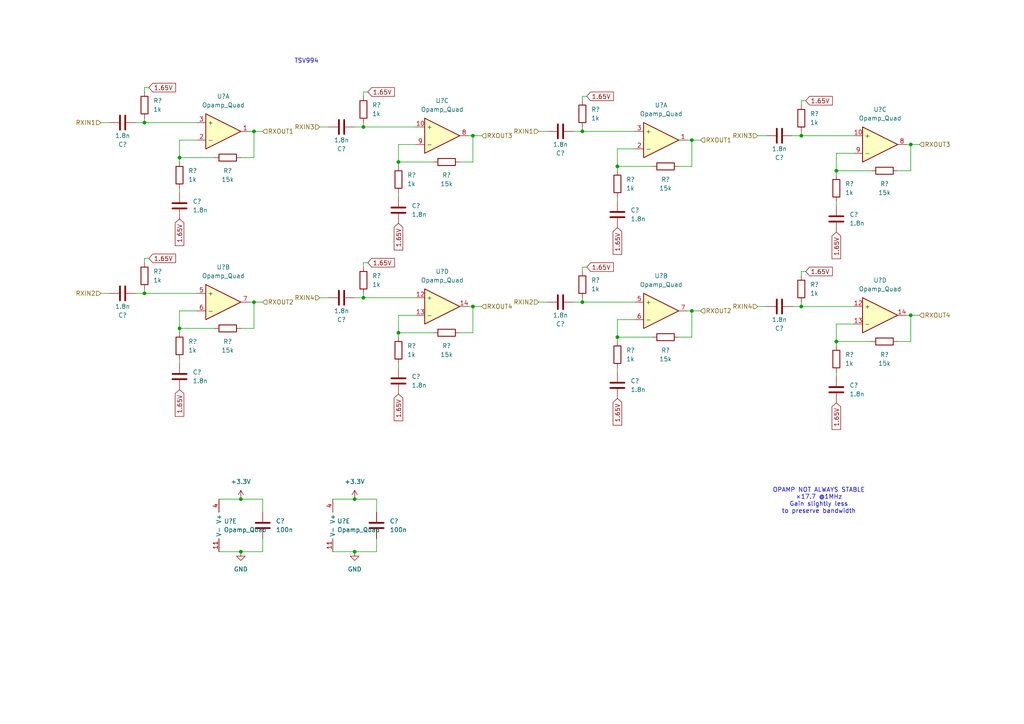
<source format=kicad_sch>
(kicad_sch (version 20250114) (generator "eeschema") (generator_version "9.0")
  (paper "A4")
  (lib_symbols
    (symbol "Device:C" (pin_numbers (hide yes)) (pin_names (offset 0.254))
      (property "Reference" "C" (at 0.635 2.54 0))
      (property "Value" "C" (at 0.635 -2.54 0))
      (symbol "C_0_1"
        (polyline (pts (xy -2.032 0.762) (xy 2.032 0.762)) (stroke (width 0.508)))
        (polyline (pts (xy -2.032 -0.762) (xy 2.032 -0.762)) (stroke (width 0.508)))
      )
      (symbol "C_1_1"
        (pin passive line (at 0 3.81 270) (length 2.794) (name "~") (number "1"))
        (pin passive line (at 0 -3.81 90) (length 2.794) (name "~") (number "2"))
      )
    )
    (symbol "Device:Opamp_Quad"
      (property "Reference" "U" (at 0 5.08 0))
      (property "Value" "Opamp_Quad" (at 0 -5.08 0))
      (symbol "Opamp_Quad_1_1"
        (polyline (pts (xy -5.08 5.08) (xy 5.08 0) (xy -5.08 -5.08) (xy -5.08 5.08)) (stroke (width 0.254)) (fill (type background)))
        (pin input line (at -7.62 2.54 0) (length 2.54) (name "+") (number "3"))
        (pin input line (at -7.62 -2.54 0) (length 2.54) (name "-") (number "2"))
        (pin output line (at 7.62 0 180) (length 2.54) (name "~") (number "1"))
      )
      (symbol "Opamp_Quad_2_1"
        (polyline (pts (xy -5.08 5.08) (xy 5.08 0) (xy -5.08 -5.08) (xy -5.08 5.08)) (stroke (width 0.254)) (fill (type background)))
        (pin input line (at -7.62 2.54 0) (length 2.54) (name "+") (number "5"))
        (pin input line (at -7.62 -2.54 0) (length 2.54) (name "-") (number "6"))
        (pin output line (at 7.62 0 180) (length 2.54) (name "~") (number "7"))
      )
      (symbol "Opamp_Quad_3_1"
        (polyline (pts (xy -5.08 5.08) (xy 5.08 0) (xy -5.08 -5.08) (xy -5.08 5.08)) (stroke (width 0.254)) (fill (type background)))
        (pin input line (at -7.62 2.54 0) (length 2.54) (name "+") (number "10"))
        (pin input line (at -7.62 -2.54 0) (length 2.54) (name "-") (number "9"))
        (pin output line (at 7.62 0 180) (length 2.54) (name "~") (number "8"))
      )
      (symbol "Opamp_Quad_4_1"
        (polyline (pts (xy -5.08 5.08) (xy 5.08 0) (xy -5.08 -5.08) (xy -5.08 5.08)) (stroke (width 0.254)) (fill (type background)))
        (pin input line (at -7.62 2.54 0) (length 2.54) (name "+") (number "12"))
        (pin input line (at -7.62 -2.54 0) (length 2.54) (name "-") (number "13"))
        (pin output line (at 7.62 0 180) (length 2.54) (name "~") (number "14"))
      )
      (symbol "Opamp_Quad_5_1"
        (pin power_in line (at -2.54 7.62 270) (length 3.81) (name "V+") (number "4"))
        (pin power_in line (at -2.54 -7.62 90) (length 3.81) (name "V-") (number "11"))
      )
    )
    (symbol "Device:R" (pin_numbers (hide yes)) (pin_names (offset 0))
      (property "Reference" "R" (at 2.032 0 90))
      (property "Value" "R" (at 0 0 90))
      (symbol "R_0_1"
        (rectangle (start -1.016 -2.54) (end 1.016 2.54) (stroke (width 0.254)))
      )
      (symbol "R_1_1"
        (pin passive line (at 0 3.81 270) (length 1.27) (name "~") (number "1"))
        (pin passive line (at 0 -3.81 90) (length 1.27) (name "~") (number "2"))
      )
    )
    (symbol "power:+3.3V" (power) (pin_numbers (hide yes)) (pin_names (offset 0) (hide yes))
      (property "Value" "+3.3V" (at 0 3.556 0))
      (symbol "+3.3V_0_1"
        (polyline (pts (xy -0.762 1.27) (xy 0 2.54)))
        (polyline (pts (xy 0 2.54) (xy 0.762 1.27)))
        (polyline (pts (xy 0 0) (xy 0 2.54)))
      )
      (symbol "+3.3V_1_1"
        (pin power_in line (at 0 0 90) (length 0) (name "~") (number "1"))
      )
    )
    (symbol "power:GND" (power) (pin_numbers (hide yes)) (pin_names (offset 0) (hide yes))
      (property "Value" "GND" (at 0 -3.81 0))
      (symbol "GND_0_1"
        (polyline (pts (xy 0 0) (xy 0 -1.27) (xy 1.27 -1.27) (xy 0 -2.54) (xy -1.27 -1.27) (xy 0 -1.27)))
      )
      (symbol "GND_1_1"
        (pin power_in line (at 0 0 270) (length 0) (name "~") (number "1"))
      )
    )
  )
  (text "OPAMP NOT ALWAYS STABLE\n" (at 237.49 142.24 0) (effects (font (size 1.27 1.27))))
  (text "TSV994" (at 88.9 17.78 0) (effects (font (size 1.27 1.27))))
  (text "×17.7 @1MHz\nGain slightly less\nto preserve bandwidth\n\n" (at 237.49 147.32 0) (effects (font (size 1.27 1.27))))
  (junction (at 41.91 85.09))
  (junction (at 102.87 144.78))
  (junction (at 41.91 35.56))
  (junction (at 179.07 48.26))
  (junction (at 200.66 40.64))
  (junction (at 232.41 39.37))
  (junction (at 232.41 88.9))
  (junction (at 137.16 88.9))
  (junction (at 105.41 36.83))
  (junction (at 102.87 160.02))
  (junction (at 52.07 45.72))
  (junction (at 115.57 96.52))
  (junction (at 69.85 144.78))
  (junction (at 137.16 39.37))
  (junction (at 73.66 87.63))
  (junction (at 264.16 41.91))
  (junction (at 52.07 95.25))
  (junction (at 200.66 90.17))
  (junction (at 168.91 87.63))
  (junction (at 73.66 38.1))
  (junction (at 69.85 160.02))
  (junction (at 168.91 38.1))
  (junction (at 179.07 97.79))
  (junction (at 242.57 99.06))
  (junction (at 115.57 46.99))
  (junction (at 105.41 86.36))
  (junction (at 264.16 91.44))
  (junction (at 242.57 49.53))
  (wire (pts (xy 242.57 99.06) (xy 252.73 99.06)))
  (wire (pts (xy 39.37 35.56) (xy 41.91 35.56)))
  (wire (pts (xy 247.65 93.98) (xy 242.57 93.98)))
  (wire (pts (xy 168.91 36.83) (xy 168.91 38.1)))
  (wire (pts (xy 41.91 85.09) (xy 57.15 85.09)))
  (wire (pts (xy 73.66 87.63) (xy 73.66 95.25)))
  (wire (pts (xy 184.15 43.18) (xy 179.07 43.18)))
  (wire (pts (xy 179.07 92.71) (xy 179.07 97.79)))
  (wire (pts (xy 168.91 38.1) (xy 184.15 38.1)))
  (wire (pts (xy 233.68 29.21) (xy 232.41 29.21)))
  (wire (pts (xy 179.07 43.18) (xy 179.07 48.26)))
  (wire (pts (xy 109.22 144.78) (xy 109.22 148.59)))
  (wire (pts (xy 200.66 40.64) (xy 203.2 40.64)))
  (wire (pts (xy 242.57 109.22) (xy 242.57 107.95)))
  (wire (pts (xy 115.57 57.15) (xy 115.57 55.88)))
  (wire (pts (xy 39.37 85.09) (xy 41.91 85.09)))
  (wire (pts (xy 196.85 48.26) (xy 200.66 48.26)))
  (wire (pts (xy 179.07 48.26) (xy 179.07 49.53)))
  (wire (pts (xy 96.52 144.78) (xy 102.87 144.78)))
  (wire (pts (xy 242.57 99.06) (xy 242.57 100.33)))
  (wire (pts (xy 43.18 74.93) (xy 41.91 74.93)))
  (wire (pts (xy 179.07 97.79) (xy 179.07 99.06)))
  (wire (pts (xy 52.07 40.64) (xy 52.07 45.72)))
  (wire (pts (xy 96.52 160.02) (xy 102.87 160.02)))
  (wire (pts (xy 69.85 160.02) (xy 76.2 160.02)))
  (wire (pts (xy 105.41 85.09) (xy 105.41 86.36)))
  (wire (pts (xy 242.57 44.45) (xy 242.57 49.53)))
  (wire (pts (xy 168.91 86.36) (xy 168.91 87.63)))
  (wire (pts (xy 260.35 99.06) (xy 264.16 99.06)))
  (wire (pts (xy 115.57 46.99) (xy 115.57 48.26)))
  (wire (pts (xy 41.91 83.82) (xy 41.91 85.09)))
  (wire (pts (xy 52.07 95.25) (xy 52.07 96.52)))
  (wire (pts (xy 69.85 95.25) (xy 73.66 95.25)))
  (wire (pts (xy 109.22 160.02) (xy 109.22 156.21)))
  (wire (pts (xy 156.21 38.1) (xy 158.75 38.1)))
  (wire (pts (xy 264.16 41.91) (xy 266.7 41.91)))
  (wire (pts (xy 179.07 107.95) (xy 179.07 106.68)))
  (wire (pts (xy 69.85 144.78) (xy 76.2 144.78)))
  (wire (pts (xy 133.35 46.99) (xy 137.16 46.99)))
  (wire (pts (xy 120.65 41.91) (xy 115.57 41.91)))
  (wire (pts (xy 43.18 25.4) (xy 41.91 25.4)))
  (wire (pts (xy 137.16 88.9) (xy 139.7 88.9)))
  (wire (pts (xy 73.66 38.1) (xy 73.66 45.72)))
  (wire (pts (xy 200.66 90.17) (xy 199.39 90.17)))
  (wire (pts (xy 242.57 49.53) (xy 242.57 50.8)))
  (wire (pts (xy 115.57 96.52) (xy 125.73 96.52)))
  (wire (pts (xy 156.21 87.63) (xy 158.75 87.63)))
  (wire (pts (xy 264.16 41.91) (xy 262.89 41.91)))
  (wire (pts (xy 166.37 38.1) (xy 168.91 38.1)))
  (wire (pts (xy 232.41 78.74) (xy 232.41 80.01)))
  (wire (pts (xy 102.87 36.83) (xy 105.41 36.83)))
  (wire (pts (xy 41.91 74.93) (xy 41.91 76.2)))
  (wire (pts (xy 247.65 44.45) (xy 242.57 44.45)))
  (wire (pts (xy 73.66 87.63) (xy 76.2 87.63)))
  (wire (pts (xy 105.41 76.2) (xy 105.41 77.47)))
  (wire (pts (xy 115.57 106.68) (xy 115.57 105.41)))
  (wire (pts (xy 105.41 35.56) (xy 105.41 36.83)))
  (wire (pts (xy 133.35 96.52) (xy 137.16 96.52)))
  (wire (pts (xy 63.5 144.78) (xy 69.85 144.78)))
  (wire (pts (xy 170.18 77.47) (xy 168.91 77.47)))
  (wire (pts (xy 166.37 87.63) (xy 168.91 87.63)))
  (wire (pts (xy 200.66 40.64) (xy 200.66 48.26)))
  (wire (pts (xy 52.07 90.17) (xy 52.07 95.25)))
  (wire (pts (xy 41.91 34.29) (xy 41.91 35.56)))
  (wire (pts (xy 92.71 86.36) (xy 95.25 86.36)))
  (wire (pts (xy 57.15 40.64) (xy 52.07 40.64)))
  (wire (pts (xy 106.68 76.2) (xy 105.41 76.2)))
  (wire (pts (xy 219.71 39.37) (xy 222.25 39.37)))
  (wire (pts (xy 57.15 90.17) (xy 52.07 90.17)))
  (wire (pts (xy 73.66 87.63) (xy 72.39 87.63)))
  (wire (pts (xy 137.16 88.9) (xy 137.16 96.52)))
  (wire (pts (xy 200.66 40.64) (xy 199.39 40.64)))
  (wire (pts (xy 73.66 38.1) (xy 76.2 38.1)))
  (wire (pts (xy 115.57 91.44) (xy 115.57 96.52)))
  (wire (pts (xy 137.16 39.37) (xy 135.89 39.37)))
  (wire (pts (xy 232.41 87.63) (xy 232.41 88.9)))
  (wire (pts (xy 168.91 27.94) (xy 168.91 29.21)))
  (wire (pts (xy 102.87 144.78) (xy 109.22 144.78)))
  (wire (pts (xy 264.16 91.44) (xy 264.16 99.06)))
  (wire (pts (xy 105.41 36.83) (xy 120.65 36.83)))
  (wire (pts (xy 232.41 39.37) (xy 247.65 39.37)))
  (wire (pts (xy 105.41 86.36) (xy 120.65 86.36)))
  (wire (pts (xy 232.41 88.9) (xy 247.65 88.9)))
  (wire (pts (xy 200.66 90.17) (xy 200.66 97.79)))
  (wire (pts (xy 52.07 105.41) (xy 52.07 104.14)))
  (wire (pts (xy 233.68 78.74) (xy 232.41 78.74)))
  (wire (pts (xy 264.16 91.44) (xy 266.7 91.44)))
  (wire (pts (xy 229.87 88.9) (xy 232.41 88.9)))
  (wire (pts (xy 115.57 96.52) (xy 115.57 97.79)))
  (wire (pts (xy 242.57 49.53) (xy 252.73 49.53)))
  (wire (pts (xy 137.16 88.9) (xy 135.89 88.9)))
  (wire (pts (xy 168.91 87.63) (xy 184.15 87.63)))
  (wire (pts (xy 168.91 77.47) (xy 168.91 78.74)))
  (wire (pts (xy 264.16 91.44) (xy 262.89 91.44)))
  (wire (pts (xy 196.85 97.79) (xy 200.66 97.79)))
  (wire (pts (xy 200.66 90.17) (xy 203.2 90.17)))
  (wire (pts (xy 106.68 26.67) (xy 105.41 26.67)))
  (wire (pts (xy 52.07 45.72) (xy 52.07 46.99)))
  (wire (pts (xy 69.85 45.72) (xy 73.66 45.72)))
  (wire (pts (xy 76.2 160.02) (xy 76.2 156.21)))
  (wire (pts (xy 92.71 36.83) (xy 95.25 36.83)))
  (wire (pts (xy 52.07 45.72) (xy 62.23 45.72)))
  (wire (pts (xy 76.2 144.78) (xy 76.2 148.59)))
  (wire (pts (xy 242.57 59.69) (xy 242.57 58.42)))
  (wire (pts (xy 137.16 39.37) (xy 139.7 39.37)))
  (wire (pts (xy 229.87 39.37) (xy 232.41 39.37)))
  (wire (pts (xy 232.41 29.21) (xy 232.41 30.48)))
  (wire (pts (xy 105.41 26.67) (xy 105.41 27.94)))
  (wire (pts (xy 102.87 86.36) (xy 105.41 86.36)))
  (wire (pts (xy 41.91 25.4) (xy 41.91 26.67)))
  (wire (pts (xy 179.07 97.79) (xy 189.23 97.79)))
  (wire (pts (xy 52.07 55.88) (xy 52.07 54.61)))
  (wire (pts (xy 219.71 88.9) (xy 222.25 88.9)))
  (wire (pts (xy 232.41 38.1) (xy 232.41 39.37)))
  (wire (pts (xy 170.18 27.94) (xy 168.91 27.94)))
  (wire (pts (xy 260.35 49.53) (xy 264.16 49.53)))
  (wire (pts (xy 242.57 93.98) (xy 242.57 99.06)))
  (wire (pts (xy 179.07 58.42) (xy 179.07 57.15)))
  (wire (pts (xy 102.87 160.02) (xy 109.22 160.02)))
  (wire (pts (xy 115.57 41.91) (xy 115.57 46.99)))
  (wire (pts (xy 29.21 85.09) (xy 31.75 85.09)))
  (wire (pts (xy 264.16 41.91) (xy 264.16 49.53)))
  (wire (pts (xy 63.5 160.02) (xy 69.85 160.02)))
  (wire (pts (xy 73.66 38.1) (xy 72.39 38.1)))
  (wire (pts (xy 52.07 95.25) (xy 62.23 95.25)))
  (wire (pts (xy 137.16 39.37) (xy 137.16 46.99)))
  (wire (pts (xy 29.21 35.56) (xy 31.75 35.56)))
  (wire (pts (xy 120.65 91.44) (xy 115.57 91.44)))
  (wire (pts (xy 115.57 46.99) (xy 125.73 46.99)))
  (wire (pts (xy 179.07 48.26) (xy 189.23 48.26)))
  (wire (pts (xy 41.91 35.56) (xy 57.15 35.56)))
  (wire (pts (xy 184.15 92.71) (xy 179.07 92.71)))
  (global_label "1.65V" (shape input) (at 179.07 66.04 270) (property "Intersheetrefs" "${INTERSHEET_REFS}" (effects (hide yes))))
  (global_label "1.65V" (shape input) (at 242.57 116.84 270) (property "Intersheetrefs" "${INTERSHEET_REFS}" (effects (hide yes))))
  (global_label "1.65V" (shape input) (at 242.57 67.31 270) (property "Intersheetrefs" "${INTERSHEET_REFS}" (effects (hide yes))))
  (global_label "1.65V" (shape input) (at 170.18 77.47 0) (property "Intersheetrefs" "${INTERSHEET_REFS}" (effects (hide yes))))
  (global_label "1.65V" (shape input) (at 179.07 115.57 270) (property "Intersheetrefs" "${INTERSHEET_REFS}" (effects (hide yes))))
  (global_label "1.65V" (shape input) (at 233.68 78.74 0) (property "Intersheetrefs" "${INTERSHEET_REFS}" (effects (hide yes))))
  (global_label "1.65V" (shape input) (at 43.18 25.4 0) (property "Intersheetrefs" "${INTERSHEET_REFS}" (effects (hide yes))))
  (global_label "1.65V" (shape input) (at 106.68 76.2 0) (property "Intersheetrefs" "${INTERSHEET_REFS}" (effects (hide yes))))
  (global_label "1.65V" (shape input) (at 43.18 74.93 0) (property "Intersheetrefs" "${INTERSHEET_REFS}" (effects (hide yes))))
  (global_label "1.65V" (shape input) (at 233.68 29.21 0) (property "Intersheetrefs" "${INTERSHEET_REFS}" (effects (hide yes))))
  (global_label "1.65V" (shape input) (at 52.07 113.03 270) (property "Intersheetrefs" "${INTERSHEET_REFS}" (effects (hide yes))))
  (global_label "1.65V" (shape input) (at 106.68 26.67 0) (property "Intersheetrefs" "${INTERSHEET_REFS}" (effects (hide yes))))
  (global_label "1.65V" (shape input) (at 170.18 27.94 0) (property "Intersheetrefs" "${INTERSHEET_REFS}" (effects (hide yes))))
  (global_label "1.65V" (shape input) (at 115.57 114.3 270) (property "Intersheetrefs" "${INTERSHEET_REFS}" (effects (hide yes))))
  (global_label "1.65V" (shape input) (at 115.57 64.77 270) (property "Intersheetrefs" "${INTERSHEET_REFS}" (effects (hide yes))))
  (global_label "1.65V" (shape input) (at 52.07 63.5 270) (property "Intersheetrefs" "${INTERSHEET_REFS}" (effects (hide yes))))
  (hierarchical_label "RXIN4" (shape input) (at 219.71 88.9 180))
  (hierarchical_label "RXIN3" (shape input) (at 219.71 39.37 180))
  (hierarchical_label "RXOUT3" (shape input) (at 266.7 41.91 0))
  (hierarchical_label "RXIN1" (shape input) (at 156.21 38.1 180))
  (hierarchical_label "RXIN4" (shape input) (at 92.71 86.36 180))
  (hierarchical_label "RXIN2" (shape input) (at 29.21 85.09 180))
  (hierarchical_label "RXOUT2" (shape input) (at 203.2 90.17 0))
  (hierarchical_label "RXIN3" (shape input) (at 92.71 36.83 180))
  (hierarchical_label "RXOUT1" (shape input) (at 76.2 38.1 0))
  (hierarchical_label "RXIN1" (shape input) (at 29.21 35.56 180))
  (hierarchical_label "RXOUT1" (shape input) (at 203.2 40.64 0))
  (hierarchical_label "RXIN2" (shape input) (at 156.21 87.63 180))
  (hierarchical_label "RXOUT4" (shape input) (at 266.7 91.44 0))
  (hierarchical_label "RXOUT4" (shape input) (at 139.7 88.9 0))
  (hierarchical_label "RXOUT3" (shape input) (at 139.7 39.37 0))
  (hierarchical_label "RXOUT2" (shape input) (at 76.2 87.63 0))
  (symbol (lib_id "Device:Opamp_Quad") (at 191.77 90.17 0) (unit 2)
    (property "Reference" "U?" (at 191.77 80.01 0))
    (property "Value" "Opamp_Quad" (at 191.77 82.55 0))
    (property "Description" "Quad operational amplifier" (effects (hide yes)))
    (property "Sim.Library" "${KICAD9_SYMBOL_DIR}/Simulation_SPICE.sp" (effects (hide yes)))
    (property "Sim.Name" "kicad_builtin_opamp_quad" (effects (hide yes)))
    (property "Sim.Device" "SUBCKT" (effects (hide yes)))
    (property "Sim.Pins" "1=out1 2=in1- 3=in1+ 4=vcc 5=in2+ 6=in2- 7=out2 8=out3 9=in3- 10=in3+ 11=vee 12=in4+ 13=in4- 14=out4" (effects (hide yes)))
  )
  (symbol (lib_id "Device:C") (at 179.07 62.23 0) (unit 1)
    (property "Reference" "C?" (at 182.88 60.9599 0) (effects (justify left)))
    (property "Value" "1.8n" (at 182.88 63.4999 0) (effects (justify left)))
    (property "Footprint" "Capacitor_SMD:C_0603_1608Metric" (effects (hide yes)))
    (property "Description" "Unpolarized capacitor" (effects (hide yes)))
  )
  (symbol (lib_id "power:GND") (at 69.85 160.02 0) (unit 1)
    (property "Reference" "#PWR0166" (effects (hide yes)))
    (property "Value" "GND" (at 69.85 165.1 0))
    (property "Description" "Power symbol creates a global label with name \"GND\" , ground" (effects (hide yes)))
    (instances (project "Input Board" (path "" (reference "#PWR0140") (unit 1)) (path "" (reference "#PWR0136") (unit 1)) (path "" (reference "#PWR056") (unit 1)) (path "" (reference "#PWR0166") (unit 1))))
  )
  (symbol (lib_id "Device:R") (at 129.54 46.99 90) (mirror x) (unit 1)
    (property "Reference" "R?" (at 129.54 50.8 90))
    (property "Value" "15k" (at 129.54 53.34 90))
    (property "Footprint" "Resistor_SMD:R_0603_1608Metric" (effects (hide yes)))
    (property "Description" "Resistor" (effects (hide yes)))
  )
  (symbol (lib_id "Device:C") (at 35.56 35.56 270) (unit 1)
    (property "Reference" "C?" (at 35.56 41.91 90))
    (property "Value" "1.8n" (at 35.56 39.37 90))
    (property "Footprint" "Capacitor_SMD:C_0603_1608Metric" (effects (hide yes)))
    (property "Description" "Unpolarized capacitor" (effects (hide yes)))
  )
  (symbol (lib_id "power:+3.3V") (at 102.87 144.78 0) (unit 1)
    (property "Reference" "#PWR053" (effects (hide yes)))
    (property "Value" "+3.3V" (at 102.87 139.7 0))
    (property "Description" "Power symbol creates a global label with name \"+3.3V\"" (effects (hide yes)))
    (instances (project "Input Board" (path "" (reference "#PWR0141") (unit 1)) (path "" (reference "#PWR0137") (unit 1)) (path "" (reference "#PWR0118") (unit 1)) (path "" (reference "#PWR053") (unit 1))))
  )
  (symbol (lib_id "Device:Opamp_Quad") (at 128.27 39.37 0) (unit 3)
    (property "Reference" "U?" (at 128.27 29.21 0))
    (property "Value" "Opamp_Quad" (at 128.27 31.75 0))
    (property "Description" "Quad operational amplifier" (effects (hide yes)))
    (property "Sim.Library" "${KICAD9_SYMBOL_DIR}/Simulation_SPICE.sp" (effects (hide yes)))
    (property "Sim.Name" "kicad_builtin_opamp_quad" (effects (hide yes)))
    (property "Sim.Device" "SUBCKT" (effects (hide yes)))
    (property "Sim.Pins" "1=out1 2=in1- 3=in1+ 4=vcc 5=in2+ 6=in2- 7=out2 8=out3 9=in3- 10=in3+ 11=vee 12=in4+ 13=in4- 14=out4" (effects (hide yes)))
  )
  (symbol (lib_id "Device:Opamp_Quad") (at 64.77 38.1 0) (unit 1)
    (property "Reference" "U?" (at 64.77 27.94 0))
    (property "Value" "Opamp_Quad" (at 64.77 30.48 0))
    (property "Description" "Quad operational amplifier" (effects (hide yes)))
    (property "Sim.Library" "${KICAD9_SYMBOL_DIR}/Simulation_SPICE.sp" (effects (hide yes)))
    (property "Sim.Name" "kicad_builtin_opamp_quad" (effects (hide yes)))
    (property "Sim.Device" "SUBCKT" (effects (hide yes)))
    (property "Sim.Pins" "1=out1 2=in1- 3=in1+ 4=vcc 5=in2+ 6=in2- 7=out2 8=out3 9=in3- 10=in3+ 11=vee 12=in4+ 13=in4- 14=out4" (effects (hide yes)))
  )
  (symbol (lib_id "Device:R") (at 193.04 48.26 90) (mirror x) (unit 1)
    (property "Reference" "R?" (at 193.04 52.07 90))
    (property "Value" "15k" (at 193.04 54.61 90))
    (property "Footprint" "Resistor_SMD:R_0603_1608Metric" (effects (hide yes)))
    (property "Description" "Resistor" (effects (hide yes)))
  )
  (symbol (lib_id "Device:R") (at 115.57 52.07 0) (unit 1)
    (property "Reference" "R?" (at 118.11 50.7999 0) (effects (justify left)))
    (property "Value" "1k" (at 118.11 53.3399 0) (effects (justify left)))
    (property "Footprint" "Resistor_SMD:R_0603_1608Metric" (effects (hide yes)))
    (property "Description" "Resistor" (effects (hide yes)))
  )
  (symbol (lib_id "Device:C") (at 115.57 110.49 0) (unit 1)
    (property "Reference" "C?" (at 119.38 109.2199 0) (effects (justify left)))
    (property "Value" "1.8n" (at 119.38 111.7599 0) (effects (justify left)))
    (property "Footprint" "Capacitor_SMD:C_0603_1608Metric" (effects (hide yes)))
    (property "Description" "Unpolarized capacitor" (effects (hide yes)))
  )
  (symbol (lib_id "Device:C") (at 109.22 152.4 0) (unit 1)
    (property "Reference" "C?" (at 113.03 151.1299 0) (effects (justify left)))
    (property "Value" "100n" (at 113.03 153.6699 0) (effects (justify left)))
    (property "Footprint" "Capacitor_SMD:C_0603_1608Metric" (effects (hide yes)))
    (property "Description" "Unpolarized capacitor" (effects (hide yes)))
  )
  (symbol (lib_id "Device:Opamp_Quad") (at 191.77 40.64 0) (unit 1)
    (property "Reference" "U?" (at 191.77 30.48 0))
    (property "Value" "Opamp_Quad" (at 191.77 33.02 0))
    (property "Description" "Quad operational amplifier" (effects (hide yes)))
    (property "Sim.Library" "${KICAD9_SYMBOL_DIR}/Simulation_SPICE.sp" (effects (hide yes)))
    (property "Sim.Name" "kicad_builtin_opamp_quad" (effects (hide yes)))
    (property "Sim.Device" "SUBCKT" (effects (hide yes)))
    (property "Sim.Pins" "1=out1 2=in1- 3=in1+ 4=vcc 5=in2+ 6=in2- 7=out2 8=out3 9=in3- 10=in3+ 11=vee 12=in4+ 13=in4- 14=out4" (effects (hide yes)))
  )
  (symbol (lib_id "Device:R") (at 41.91 80.01 0) (unit 1)
    (property "Reference" "R?" (at 44.45 78.7399 0) (effects (justify left)))
    (property "Value" "1k" (at 44.45 81.2799 0) (effects (justify left)))
    (property "Footprint" "Resistor_SMD:R_0603_1608Metric" (effects (hide yes)))
    (property "Description" "Resistor" (effects (hide yes)))
  )
  (symbol (lib_id "Device:R") (at 168.91 82.55 0) (unit 1)
    (property "Reference" "R?" (at 171.45 81.2799 0) (effects (justify left)))
    (property "Value" "1k" (at 171.45 83.8199 0) (effects (justify left)))
    (property "Footprint" "Resistor_SMD:R_0603_1608Metric" (effects (hide yes)))
    (property "Description" "Resistor" (effects (hide yes)))
  )
  (symbol (lib_id "Device:Opamp_Quad") (at 64.77 87.63 0) (unit 2)
    (property "Reference" "U?" (at 64.77 77.47 0))
    (property "Value" "Opamp_Quad" (at 64.77 80.01 0))
    (property "Description" "Quad operational amplifier" (effects (hide yes)))
    (property "Sim.Library" "${KICAD9_SYMBOL_DIR}/Simulation_SPICE.sp" (effects (hide yes)))
    (property "Sim.Name" "kicad_builtin_opamp_quad" (effects (hide yes)))
    (property "Sim.Device" "SUBCKT" (effects (hide yes)))
    (property "Sim.Pins" "1=out1 2=in1- 3=in1+ 4=vcc 5=in2+ 6=in2- 7=out2 8=out3 9=in3- 10=in3+ 11=vee 12=in4+ 13=in4- 14=out4" (effects (hide yes)))
  )
  (symbol (lib_id "Device:C") (at 179.07 111.76 0) (unit 1)
    (property "Reference" "C?" (at 182.88 110.4899 0) (effects (justify left)))
    (property "Value" "1.8n" (at 182.88 113.0299 0) (effects (justify left)))
    (property "Footprint" "Capacitor_SMD:C_0603_1608Metric" (effects (hide yes)))
    (property "Description" "Unpolarized capacitor" (effects (hide yes)))
  )
  (symbol (lib_id "Device:R") (at 66.04 45.72 90) (mirror x) (unit 1)
    (property "Reference" "R?" (at 66.04 49.53 90))
    (property "Value" "15k" (at 66.04 52.07 90))
    (property "Footprint" "Resistor_SMD:R_0603_1608Metric" (effects (hide yes)))
    (property "Description" "Resistor" (effects (hide yes)))
  )
  (symbol (lib_id "Device:R") (at 193.04 97.79 90) (mirror x) (unit 1)
    (property "Reference" "R?" (at 193.04 101.6 90))
    (property "Value" "15k" (at 193.04 104.14 90))
    (property "Footprint" "Resistor_SMD:R_0603_1608Metric" (effects (hide yes)))
    (property "Description" "Resistor" (effects (hide yes)))
  )
  (symbol (lib_id "Device:C") (at 52.07 109.22 0) (unit 1)
    (property "Reference" "C?" (at 55.88 107.9499 0) (effects (justify left)))
    (property "Value" "1.8n" (at 55.88 110.4899 0) (effects (justify left)))
    (property "Footprint" "Capacitor_SMD:C_0603_1608Metric" (effects (hide yes)))
    (property "Description" "Unpolarized capacitor" (effects (hide yes)))
  )
  (symbol (lib_id "Device:R") (at 168.91 33.02 0) (unit 1)
    (property "Reference" "R?" (at 171.45 31.7499 0) (effects (justify left)))
    (property "Value" "1k" (at 171.45 34.2899 0) (effects (justify left)))
    (property "Footprint" "Resistor_SMD:R_0603_1608Metric" (effects (hide yes)))
    (property "Description" "Resistor" (effects (hide yes)))
  )
  (symbol (lib_id "Device:C") (at 162.56 87.63 270) (unit 1)
    (property "Reference" "C?" (at 162.56 93.98 90))
    (property "Value" "1.8n" (at 162.56 91.44 90))
    (property "Footprint" "Capacitor_SMD:C_0603_1608Metric" (effects (hide yes)))
    (property "Description" "Unpolarized capacitor" (effects (hide yes)))
  )
  (symbol (lib_id "Device:R") (at 115.57 101.6 0) (unit 1)
    (property "Reference" "R?" (at 118.11 100.3299 0) (effects (justify left)))
    (property "Value" "1k" (at 118.11 102.8699 0) (effects (justify left)))
    (property "Footprint" "Resistor_SMD:R_0603_1608Metric" (effects (hide yes)))
    (property "Description" "Resistor" (effects (hide yes)))
  )
  (symbol (lib_id "Device:C") (at 226.06 88.9 270) (unit 1)
    (property "Reference" "C?" (at 226.06 95.25 90))
    (property "Value" "1.8n" (at 226.06 92.71 90))
    (property "Footprint" "Capacitor_SMD:C_0603_1608Metric" (effects (hide yes)))
    (property "Description" "Unpolarized capacitor" (effects (hide yes)))
  )
  (symbol (lib_id "Device:C") (at 242.57 113.03 0) (unit 1)
    (property "Reference" "C?" (at 246.38 111.7599 0) (effects (justify left)))
    (property "Value" "1.8n" (at 246.38 114.2999 0) (effects (justify left)))
    (property "Footprint" "Capacitor_SMD:C_0603_1608Metric" (effects (hide yes)))
    (property "Description" "Unpolarized capacitor" (effects (hide yes)))
  )
  (symbol (lib_id "Device:R") (at 242.57 54.61 0) (unit 1)
    (property "Reference" "R?" (at 245.11 53.3399 0) (effects (justify left)))
    (property "Value" "1k" (at 245.11 55.8799 0) (effects (justify left)))
    (property "Footprint" "Resistor_SMD:R_0603_1608Metric" (effects (hide yes)))
    (property "Description" "Resistor" (effects (hide yes)))
  )
  (symbol (lib_id "Device:R") (at 41.91 30.48 0) (unit 1)
    (property "Reference" "R?" (at 44.45 29.2099 0) (effects (justify left)))
    (property "Value" "1k" (at 44.45 31.7499 0) (effects (justify left)))
    (property "Footprint" "Resistor_SMD:R_0603_1608Metric" (effects (hide yes)))
    (property "Description" "Resistor" (effects (hide yes)))
  )
  (symbol (lib_id "Device:R") (at 256.54 49.53 90) (mirror x) (unit 1)
    (property "Reference" "R?" (at 256.54 53.34 90))
    (property "Value" "15k" (at 256.54 55.88 90))
    (property "Footprint" "Resistor_SMD:R_0603_1608Metric" (effects (hide yes)))
    (property "Description" "Resistor" (effects (hide yes)))
  )
  (symbol (lib_id "Device:R") (at 256.54 99.06 90) (mirror x) (unit 1)
    (property "Reference" "R?" (at 256.54 102.87 90))
    (property "Value" "15k" (at 256.54 105.41 90))
    (property "Footprint" "Resistor_SMD:R_0603_1608Metric" (effects (hide yes)))
    (property "Description" "Resistor" (effects (hide yes)))
  )
  (symbol (lib_id "Device:R") (at 52.07 50.8 0) (unit 1)
    (property "Reference" "R?" (at 54.61 49.5299 0) (effects (justify left)))
    (property "Value" "1k" (at 54.61 52.0699 0) (effects (justify left)))
    (property "Footprint" "Resistor_SMD:R_0603_1608Metric" (effects (hide yes)))
    (property "Description" "Resistor" (effects (hide yes)))
  )
  (symbol (lib_id "Device:Opamp_Quad") (at 99.06 152.4 0) (unit 5)
    (property "Reference" "U?" (at 97.79 151.1299 0) (effects (justify left)))
    (property "Value" "Opamp_Quad" (at 97.79 153.6699 0) (effects (justify left)))
    (property "Description" "Quad operational amplifier" (effects (hide yes)))
    (property "Sim.Library" "${KICAD9_SYMBOL_DIR}/Simulation_SPICE.sp" (effects (hide yes)))
    (property "Sim.Name" "kicad_builtin_opamp_quad" (effects (hide yes)))
    (property "Sim.Device" "SUBCKT" (effects (hide yes)))
    (property "Sim.Pins" "1=out1 2=in1- 3=in1+ 4=vcc 5=in2+ 6=in2- 7=out2 8=out3 9=in3- 10=in3+ 11=vee 12=in4+ 13=in4- 14=out4" (effects (hide yes)))
  )
  (symbol (lib_id "Device:Opamp_Quad") (at 255.27 91.44 0) (unit 4)
    (property "Reference" "U?" (at 255.27 81.28 0))
    (property "Value" "Opamp_Quad" (at 255.27 83.82 0))
    (property "Description" "Quad operational amplifier" (effects (hide yes)))
    (property "Sim.Library" "${KICAD9_SYMBOL_DIR}/Simulation_SPICE.sp" (effects (hide yes)))
    (property "Sim.Name" "kicad_builtin_opamp_quad" (effects (hide yes)))
    (property "Sim.Device" "SUBCKT" (effects (hide yes)))
    (property "Sim.Pins" "1=out1 2=in1- 3=in1+ 4=vcc 5=in2+ 6=in2- 7=out2 8=out3 9=in3- 10=in3+ 11=vee 12=in4+ 13=in4- 14=out4" (effects (hide yes)))
  )
  (symbol (lib_id "Device:C") (at 242.57 63.5 0) (unit 1)
    (property "Reference" "C?" (at 246.38 62.2299 0) (effects (justify left)))
    (property "Value" "1.8n" (at 246.38 64.7699 0) (effects (justify left)))
    (property "Footprint" "Capacitor_SMD:C_0603_1608Metric" (effects (hide yes)))
    (property "Description" "Unpolarized capacitor" (effects (hide yes)))
  )
  (symbol (lib_id "Device:Opamp_Quad") (at 255.27 41.91 0) (unit 3)
    (property "Reference" "U?" (at 255.27 31.75 0))
    (property "Value" "Opamp_Quad" (at 255.27 34.29 0))
    (property "Description" "Quad operational amplifier" (effects (hide yes)))
    (property "Sim.Library" "${KICAD9_SYMBOL_DIR}/Simulation_SPICE.sp" (effects (hide yes)))
    (property "Sim.Name" "kicad_builtin_opamp_quad" (effects (hide yes)))
    (property "Sim.Device" "SUBCKT" (effects (hide yes)))
    (property "Sim.Pins" "1=out1 2=in1- 3=in1+ 4=vcc 5=in2+ 6=in2- 7=out2 8=out3 9=in3- 10=in3+ 11=vee 12=in4+ 13=in4- 14=out4" (effects (hide yes)))
  )
  (symbol (lib_id "Device:R") (at 105.41 81.28 0) (unit 1)
    (property "Reference" "R?" (at 107.95 80.0099 0) (effects (justify left)))
    (property "Value" "1k" (at 107.95 82.5499 0) (effects (justify left)))
    (property "Footprint" "Resistor_SMD:R_0603_1608Metric" (effects (hide yes)))
    (property "Description" "Resistor" (effects (hide yes)))
  )
  (symbol (lib_id "Device:C") (at 226.06 39.37 270) (unit 1)
    (property "Reference" "C?" (at 226.06 45.72 90))
    (property "Value" "1.8n" (at 226.06 43.18 90))
    (property "Footprint" "Capacitor_SMD:C_0603_1608Metric" (effects (hide yes)))
    (property "Description" "Unpolarized capacitor" (effects (hide yes)))
  )
  (symbol (lib_id "Device:R") (at 232.41 34.29 0) (unit 1)
    (property "Reference" "R?" (at 234.95 33.0199 0) (effects (justify left)))
    (property "Value" "1k" (at 234.95 35.5599 0) (effects (justify left)))
    (property "Footprint" "Resistor_SMD:R_0603_1608Metric" (effects (hide yes)))
    (property "Description" "Resistor" (effects (hide yes)))
  )
  (symbol (lib_id "Device:C") (at 99.06 86.36 270) (unit 1)
    (property "Reference" "C?" (at 99.06 92.71 90))
    (property "Value" "1.8n" (at 99.06 90.17 90))
    (property "Footprint" "Capacitor_SMD:C_0603_1608Metric" (effects (hide yes)))
    (property "Description" "Unpolarized capacitor" (effects (hide yes)))
  )
  (symbol (lib_id "Device:C") (at 162.56 38.1 270) (unit 1)
    (property "Reference" "C?" (at 162.56 44.45 90))
    (property "Value" "1.8n" (at 162.56 41.91 90))
    (property "Footprint" "Capacitor_SMD:C_0603_1608Metric" (effects (hide yes)))
    (property "Description" "Unpolarized capacitor" (effects (hide yes)))
  )
  (symbol (lib_id "Device:R") (at 179.07 53.34 0) (unit 1)
    (property "Reference" "R?" (at 181.61 52.0699 0) (effects (justify left)))
    (property "Value" "1k" (at 181.61 54.6099 0) (effects (justify left)))
    (property "Footprint" "Resistor_SMD:R_0603_1608Metric" (effects (hide yes)))
    (property "Description" "Resistor" (effects (hide yes)))
  )
  (symbol (lib_id "Device:R") (at 129.54 96.52 90) (mirror x) (unit 1)
    (property "Reference" "R?" (at 129.54 100.33 90))
    (property "Value" "15k" (at 129.54 102.87 90))
    (property "Footprint" "Resistor_SMD:R_0603_1608Metric" (effects (hide yes)))
    (property "Description" "Resistor" (effects (hide yes)))
  )
  (symbol (lib_id "Device:R") (at 105.41 31.75 0) (unit 1)
    (property "Reference" "R?" (at 107.95 30.4799 0) (effects (justify left)))
    (property "Value" "1k" (at 107.95 33.0199 0) (effects (justify left)))
    (property "Footprint" "Resistor_SMD:R_0603_1608Metric" (effects (hide yes)))
    (property "Description" "Resistor" (effects (hide yes)))
  )
  (symbol (lib_id "Device:Opamp_Quad") (at 66.04 152.4 0) (unit 5)
    (property "Reference" "U?" (at 66.825 151.1755 0))
    (property "Value" "Opamp_Quad" (at 71.12 153.67 0))
    (property "Description" "Quad operational amplifier" (effects (hide yes)))
    (property "Sim.Library" "${KICAD9_SYMBOL_DIR}/Simulation_SPICE.sp" (effects (hide yes)))
    (property "Sim.Name" "kicad_builtin_opamp_quad" (effects (hide yes)))
    (property "Sim.Device" "SUBCKT" (effects (hide yes)))
    (property "Sim.Pins" "1=out1 2=in1- 3=in1+ 4=vcc 5=in2+ 6=in2- 7=out2 8=out3 9=in3- 10=in3+ 11=vee 12=in4+ 13=in4- 14=out4" (effects (hide yes)))
  )
  (symbol (lib_id "Device:R") (at 179.07 102.87 0) (unit 1)
    (property "Reference" "R?" (at 181.61 101.5999 0) (effects (justify left)))
    (property "Value" "1k" (at 181.61 104.1399 0) (effects (justify left)))
    (property "Footprint" "Resistor_SMD:R_0603_1608Metric" (effects (hide yes)))
    (property "Description" "Resistor" (effects (hide yes)))
  )
  (symbol (lib_id "Device:C") (at 35.56 85.09 270) (unit 1)
    (property "Reference" "C?" (at 35.56 91.44 90))
    (property "Value" "1.8n" (at 35.56 88.9 90))
    (property "Footprint" "Capacitor_SMD:C_0603_1608Metric" (effects (hide yes)))
    (property "Description" "Unpolarized capacitor" (effects (hide yes)))
  )
  (symbol (lib_id "Device:C") (at 76.2 152.4 0) (unit 1)
    (property "Reference" "C?" (at 80.01 151.1299 0) (effects (justify left)))
    (property "Value" "100n" (at 80.01 153.6699 0) (effects (justify left)))
    (property "Footprint" "Capacitor_SMD:C_0603_1608Metric" (effects (hide yes)))
    (property "Description" "Unpolarized capacitor" (effects (hide yes)))
  )
  (symbol (lib_id "Device:R") (at 52.07 100.33 0) (unit 1)
    (property "Reference" "R?" (at 54.61 99.0599 0) (effects (justify left)))
    (property "Value" "1k" (at 54.61 101.5999 0) (effects (justify left)))
    (property "Footprint" "Resistor_SMD:R_0603_1608Metric" (effects (hide yes)))
    (property "Description" "Resistor" (effects (hide yes)))
  )
  (symbol (lib_id "power:+3.3V") (at 69.85 144.78 0) (unit 1)
    (property "Reference" "#PWR" (effects (hide yes)))
    (property "Value" "+3.3V" (at 69.85 139.7 0))
    (property "Description" "Power symbol creates a global label with name \"+3.3V\"" (effects (hide yes)))
    (instances (project "Input Board" (path "" (reference "#PWR0139") (unit 1)) (path "" (reference "#PWR0135") (unit 1)) (path "" (reference "#PWR055") (unit 1))))
  )
  (symbol (lib_id "Device:C") (at 99.06 36.83 270) (unit 1)
    (property "Reference" "C?" (at 99.06 43.18 90))
    (property "Value" "1.8n" (at 99.06 40.64 90))
    (property "Footprint" "Capacitor_SMD:C_0603_1608Metric" (effects (hide yes)))
    (property "Description" "Unpolarized capacitor" (effects (hide yes)))
  )
  (symbol (lib_id "Device:C") (at 52.07 59.69 0) (unit 1)
    (property "Reference" "C?" (at 55.88 58.4199 0) (effects (justify left)))
    (property "Value" "1.8n" (at 55.88 60.9599 0) (effects (justify left)))
    (property "Footprint" "Capacitor_SMD:C_0603_1608Metric" (effects (hide yes)))
    (property "Description" "Unpolarized capacitor" (effects (hide yes)))
  )
  (symbol (lib_id "Device:Opamp_Quad") (at 128.27 88.9 0) (unit 4)
    (property "Reference" "U?" (at 128.27 78.74 0))
    (property "Value" "Opamp_Quad" (at 128.27 81.28 0))
    (property "Description" "Quad operational amplifier" (effects (hide yes)))
    (property "Sim.Library" "${KICAD9_SYMBOL_DIR}/Simulation_SPICE.sp" (effects (hide yes)))
    (property "Sim.Name" "kicad_builtin_opamp_quad" (effects (hide yes)))
    (property "Sim.Device" "SUBCKT" (effects (hide yes)))
    (property "Sim.Pins" "1=out1 2=in1- 3=in1+ 4=vcc 5=in2+ 6=in2- 7=out2 8=out3 9=in3- 10=in3+ 11=vee 12=in4+ 13=in4- 14=out4" (effects (hide yes)))
  )
  (symbol (lib_id "power:GND") (at 102.87 160.02 0) (unit 1)
    (property "Reference" "#PWR054" (effects (hide yes)))
    (property "Value" "GND" (at 102.87 165.1 0))
    (property "Description" "Power symbol creates a global label with name \"GND\" , ground" (effects (hide yes)))
    (instances (project "Input Board" (path "" (reference "#PWR0142") (unit 1)) (path "" (reference "#PWR0138") (unit 1)) (path "" (reference "#PWR0134") (unit 1)) (path "" (reference "#PWR054") (unit 1))))
  )
  (symbol (lib_id "Device:R") (at 66.04 95.25 90) (mirror x) (unit 1)
    (property "Reference" "R?" (at 66.04 99.06 90))
    (property "Value" "15k" (at 66.04 101.6 90))
    (property "Footprint" "Resistor_SMD:R_0603_1608Metric" (effects (hide yes)))
    (property "Description" "Resistor" (effects (hide yes)))
  )
  (symbol (lib_id "Device:R") (at 242.57 104.14 0) (unit 1)
    (property "Reference" "R?" (at 245.11 102.8699 0) (effects (justify left)))
    (property "Value" "1k" (at 245.11 105.4099 0) (effects (justify left)))
    (property "Footprint" "Resistor_SMD:R_0603_1608Metric" (effects (hide yes)))
    (property "Description" "Resistor" (effects (hide yes)))
  )
  (symbol (lib_id "Device:C") (at 115.57 60.96 0) (unit 1)
    (property "Reference" "C?" (at 119.38 59.6899 0) (effects (justify left)))
    (property "Value" "1.8n" (at 119.38 62.2299 0) (effects (justify left)))
    (property "Footprint" "Capacitor_SMD:C_0603_1608Metric" (effects (hide yes)))
    (property "Description" "Unpolarized capacitor" (effects (hide yes)))
  )
  (symbol (lib_id "Device:R") (at 232.41 83.82 0) (unit 1)
    (property "Reference" "R?" (at 234.95 82.5499 0) (effects (justify left)))
    (property "Value" "1k" (at 234.95 85.0899 0) (effects (justify left)))
    (property "Footprint" "Resistor_SMD:R_0603_1608Metric" (effects (hide yes)))
    (property "Description" "Resistor" (effects (hide yes)))
  )
)
</source>
